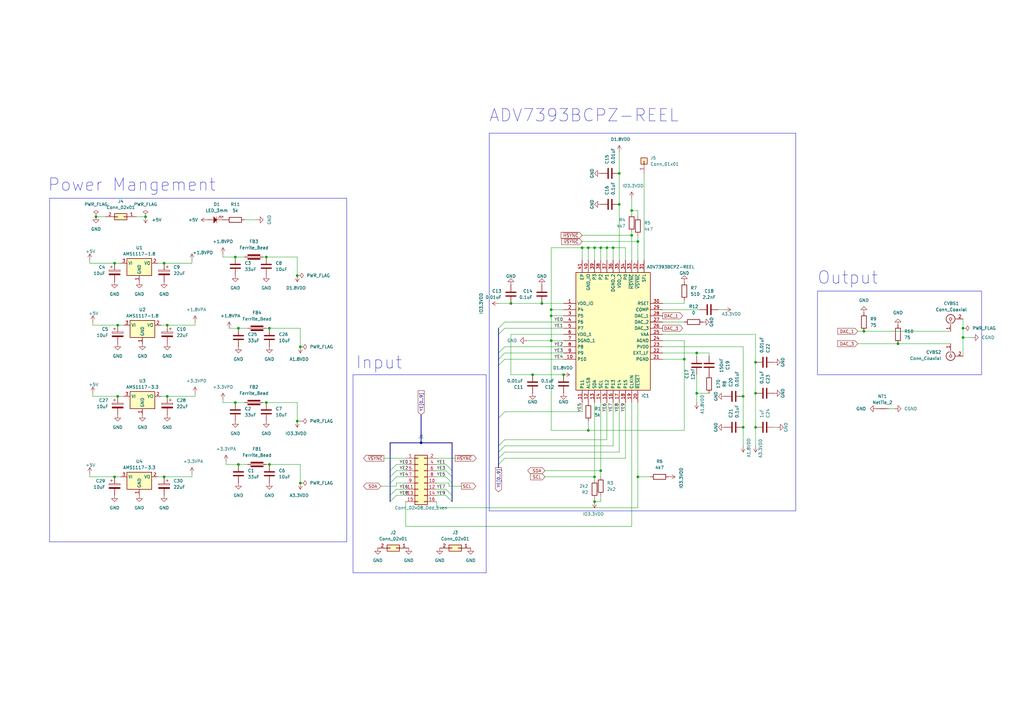
<source format=kicad_sch>
(kicad_sch (version 20250114) (generator "eeschema") (generator_version "9.0")
  (paper "A3")
  (rectangle (start 144.78 153.67) (end 199.39 234.95))
  (rectangle (start 20.32 81.28) (end 142.24 222.25))
  (rectangle (start 200.66 54.61) (end 326.39 209.55))
  (rectangle (start 335.28 119.38) (end 402.59 153.67))
  (text "ADV7393BCPZ-REEL" (at 239.522 47.498 0) (effects (font (size 5.08 5.08))))
  (text "Output\n" (at 347.726 114.046 0) (effects (font (size 5.08 5.08))))
  (text "Power Mangement" (at 54.102 75.946 0) (effects (font (size 5.08 5.08))))
  (text "Input\n" (at 155.448 148.844 0) (effects (font (size 5.08 5.08))))
  (junction (at 304.8 175.26))
  (junction (at 246.38 101.6))
  (junction (at 97.79 190.5))
  (junction (at 48.26 133.35))
  (junction (at 110.49 134.62))
  (junction (at 309.88 175.26))
  (junction (at 96.52 105.41))
  (junction (at 394.97 138.43))
  (junction (at 238.76 101.6))
  (junction (at 222.25 124.46))
  (junction (at 96.52 165.1))
  (junction (at 46.99 195.58))
  (junction (at 251.46 101.6))
  (junction (at 67.31 195.58))
  (junction (at 241.3 176.53))
  (junction (at 46.99 107.95))
  (junction (at 261.62 195.58))
  (junction (at 48.26 162.56))
  (junction (at 394.97 134.62))
  (junction (at 109.22 165.1))
  (junction (at 123.19 198.12))
  (junction (at 243.84 205.74))
  (junction (at 243.84 195.58))
  (junction (at 248.92 101.6))
  (junction (at 246.38 193.04))
  (junction (at 109.22 105.41))
  (junction (at 123.19 142.24))
  (junction (at 121.92 113.03))
  (junction (at 280.67 147.32))
  (junction (at 218.44 153.67))
  (junction (at 368.3 140.97))
  (junction (at 67.31 107.95))
  (junction (at 261.62 99.06))
  (junction (at 226.06 139.7))
  (junction (at 354.33 135.89))
  (junction (at 259.08 96.52))
  (junction (at 259.08 86.36))
  (junction (at 226.06 127))
  (junction (at 243.84 101.6))
  (junction (at 172.72 181.61))
  (junction (at 68.58 162.56))
  (junction (at 209.55 124.46))
  (junction (at 68.58 133.35))
  (junction (at 309.88 148.59))
  (junction (at 254 71.12))
  (junction (at 285.75 144.78))
  (junction (at 285.75 161.29))
  (junction (at 226.06 129.54))
  (junction (at 39.37 88.9))
  (junction (at 231.14 153.67))
  (junction (at 304.8 162.56))
  (junction (at 254 83.82))
  (junction (at 309.88 161.29))
  (junction (at 110.49 190.5))
  (junction (at 97.79 134.62))
  (junction (at 59.69 88.9))
  (junction (at 241.3 101.6))
  (junction (at 121.92 172.72))
  (bus_entry (at 207.01 132.08) (size -2.54 2.54))
  (bus_entry (at 207.01 147.32) (size -2.54 2.54))
  (bus_entry (at 207.01 180.34) (size -2.54 2.54))
  (bus_entry (at 182.88 200.66) (size 2.54 2.54))
  (bus_entry (at 207.01 185.42) (size -2.54 2.54))
  (bus_entry (at 207.01 168.91) (size -2.54 2.54))
  (bus_entry (at 182.88 190.5) (size 2.54 2.54))
  (bus_entry (at 182.88 195.58) (size 2.54 2.54))
  (bus_entry (at 207.01 182.88) (size -2.54 2.54))
  (bus_entry (at 162.56 195.58) (size -2.54 2.54))
  (bus_entry (at 162.56 200.66) (size -2.54 2.54))
  (bus_entry (at 162.56 203.2) (size -2.54 2.54))
  (bus_entry (at 182.88 203.2) (size 2.54 2.54))
  (bus_entry (at 207.01 144.78) (size -2.54 2.54))
  (bus_entry (at 207.01 142.24) (size -2.54 2.54))
  (bus_entry (at 162.56 193.04) (size -2.54 2.54))
  (bus_entry (at 162.56 190.5) (size -2.54 2.54))
  (bus_entry (at 182.88 193.04) (size 2.54 2.54))
  (bus_entry (at 207.01 187.96) (size -2.54 2.54))
  (bus_entry (at 207.01 134.62) (size -2.54 2.54))
  (wire (pts (xy 109.22 134.62) (xy 110.49 134.62)))
  (wire (pts (xy 207.01 180.34) (xy 248.92 180.34)))
  (wire (pts (xy 109.22 105.41) (xy 121.92 105.41)))
  (wire (pts (xy 271.78 124.46) (xy 280.67 124.46)))
  (wire (pts (xy 261.62 208.28) (xy 179.07 208.28)))
  (wire (pts (xy 280.67 147.32) (xy 280.67 176.53)))
  (wire (pts (xy 261.62 195.58) (xy 266.7 195.58)))
  (bus (pts (xy 204.47 144.78) (xy 204.47 147.32)))
  (wire (pts (xy 285.75 161.29) (xy 290.83 161.29)))
  (wire (pts (xy 317.5 175.26) (xy 318.77 175.26)))
  (wire (pts (xy 285.75 144.78) (xy 290.83 144.78)))
  (wire (pts (xy 243.84 101.6) (xy 243.84 106.68)))
  (wire (pts (xy 304.8 175.26) (xy 304.8 182.88)))
  (wire (pts (xy 46.99 195.58) (xy 49.53 195.58)))
  (wire (pts (xy 121.92 172.72) (xy 121.92 165.1)))
  (wire (pts (xy 179.07 198.12) (xy 184.15 198.12)))
  (wire (pts (xy 179.07 200.66) (xy 182.88 200.66)))
  (wire (pts (xy 157.48 187.96) (xy 166.37 187.96)))
  (wire (pts (xy 48.26 133.35) (xy 50.8 133.35)))
  (wire (pts (xy 294.64 127) (xy 297.18 127)))
  (wire (pts (xy 248.92 101.6) (xy 248.92 106.68)))
  (bus (pts (xy 172.72 181.61) (xy 185.42 181.61)))
  (wire (pts (xy 36.83 107.95) (xy 36.83 106.68)))
  (wire (pts (xy 207.01 134.62) (xy 231.14 134.62)))
  (wire (pts (xy 204.47 124.46) (xy 209.55 124.46)))
  (wire (pts (xy 110.49 190.5) (xy 123.19 190.5)))
  (bus (pts (xy 160.02 193.04) (xy 160.02 195.58)))
  (wire (pts (xy 48.26 162.56) (xy 50.8 162.56)))
  (wire (pts (xy 254 71.12) (xy 254 83.82)))
  (wire (pts (xy 304.8 142.24) (xy 304.8 162.56)))
  (wire (pts (xy 209.55 153.67) (xy 209.55 137.16)))
  (wire (pts (xy 254 165.1) (xy 254 185.42)))
  (wire (pts (xy 207.01 144.78) (xy 231.14 144.78)))
  (wire (pts (xy 261.62 195.58) (xy 261.62 165.1)))
  (wire (pts (xy 67.31 195.58) (xy 78.74 195.58)))
  (wire (pts (xy 241.3 172.72) (xy 241.3 176.53)))
  (bus (pts (xy 160.02 198.12) (xy 160.02 203.2)))
  (bus (pts (xy 204.47 147.32) (xy 204.47 149.86)))
  (wire (pts (xy 259.08 81.28) (xy 259.08 86.36)))
  (wire (pts (xy 64.77 195.58) (xy 67.31 195.58)))
  (wire (pts (xy 162.56 203.2) (xy 166.37 203.2)))
  (wire (pts (xy 91.44 105.41) (xy 91.44 104.14)))
  (wire (pts (xy 93.98 134.62) (xy 97.79 134.62)))
  (wire (pts (xy 38.1 133.35) (xy 38.1 132.08)))
  (wire (pts (xy 243.84 165.1) (xy 243.84 195.58)))
  (wire (pts (xy 218.44 153.67) (xy 209.55 153.67)))
  (wire (pts (xy 123.19 190.5) (xy 123.19 198.12)))
  (wire (pts (xy 91.44 165.1) (xy 91.44 163.83)))
  (wire (pts (xy 271.78 137.16) (xy 309.88 137.16)))
  (wire (pts (xy 46.99 107.95) (xy 49.53 107.95)))
  (wire (pts (xy 271.78 132.08) (xy 280.67 132.08)))
  (wire (pts (xy 156.21 199.39) (xy 162.56 199.39)))
  (wire (pts (xy 121.92 113.03) (xy 121.92 105.41)))
  (wire (pts (xy 241.3 101.6) (xy 241.3 106.68)))
  (wire (pts (xy 207.01 142.24) (xy 231.14 142.24)))
  (wire (pts (xy 309.88 175.26) (xy 309.88 182.88)))
  (wire (pts (xy 186.69 187.96) (xy 179.07 187.96)))
  (wire (pts (xy 184.15 199.39) (xy 189.23 199.39)))
  (wire (pts (xy 123.19 172.72) (xy 121.92 172.72)))
  (wire (pts (xy 351.79 140.97) (xy 368.3 140.97)))
  (wire (pts (xy 162.56 200.66) (xy 166.37 200.66)))
  (wire (pts (xy 241.3 176.53) (xy 226.06 176.53)))
  (wire (pts (xy 246.38 165.1) (xy 246.38 193.04)))
  (wire (pts (xy 238.76 96.52) (xy 259.08 96.52)))
  (wire (pts (xy 162.56 195.58) (xy 166.37 195.58)))
  (wire (pts (xy 110.49 134.62) (xy 123.19 134.62)))
  (wire (pts (xy 80.01 133.35) (xy 80.01 132.08)))
  (wire (pts (xy 218.44 153.67) (xy 231.14 153.67)))
  (bus (pts (xy 204.47 137.16) (xy 204.47 144.78)))
  (wire (pts (xy 394.97 130.81) (xy 394.97 134.62)))
  (wire (pts (xy 285.75 165.1) (xy 285.75 161.29)))
  (wire (pts (xy 96.52 165.1) (xy 100.33 165.1)))
  (wire (pts (xy 179.07 190.5) (xy 182.88 190.5)))
  (wire (pts (xy 251.46 101.6) (xy 248.92 101.6)))
  (wire (pts (xy 256.54 165.1) (xy 256.54 187.96)))
  (wire (pts (xy 280.67 139.7) (xy 280.67 147.32)))
  (wire (pts (xy 92.71 190.5) (xy 92.71 189.23)))
  (wire (pts (xy 166.37 205.74) (xy 166.37 215.9)))
  (wire (pts (xy 39.37 88.9) (xy 43.18 88.9)))
  (wire (pts (xy 238.76 101.6) (xy 226.06 101.6)))
  (wire (pts (xy 109.22 190.5) (xy 110.49 190.5)))
  (bus (pts (xy 160.02 181.61) (xy 172.72 181.61)))
  (wire (pts (xy 209.55 137.16) (xy 231.14 137.16)))
  (wire (pts (xy 64.77 107.95) (xy 67.31 107.95)))
  (wire (pts (xy 91.44 165.1) (xy 96.52 165.1)))
  (wire (pts (xy 254 83.82) (xy 254 106.68)))
  (wire (pts (xy 179.07 193.04) (xy 182.88 193.04)))
  (wire (pts (xy 226.06 139.7) (xy 231.14 139.7)))
  (wire (pts (xy 351.79 135.89) (xy 354.33 135.89)))
  (wire (pts (xy 354.33 135.89) (xy 389.89 135.89)))
  (wire (pts (xy 309.88 137.16) (xy 309.88 148.59)))
  (wire (pts (xy 238.76 101.6) (xy 241.3 101.6)))
  (bus (pts (xy 160.02 193.04) (xy 160.02 181.61)))
  (wire (pts (xy 259.08 96.52) (xy 259.08 106.68)))
  (wire (pts (xy 280.67 124.46) (xy 280.67 123.19)))
  (wire (pts (xy 246.38 101.6) (xy 243.84 101.6)))
  (wire (pts (xy 246.38 203.2) (xy 246.38 205.74)))
  (wire (pts (xy 309.88 161.29) (xy 309.88 175.26)))
  (wire (pts (xy 92.71 190.5) (xy 97.79 190.5)))
  (wire (pts (xy 271.78 139.7) (xy 280.67 139.7)))
  (wire (pts (xy 246.38 205.74) (xy 243.84 205.74)))
  (wire (pts (xy 36.83 107.95) (xy 46.99 107.95)))
  (wire (pts (xy 256.54 106.68) (xy 256.54 101.6)))
  (wire (pts (xy 184.15 198.12) (xy 184.15 199.39)))
  (bus (pts (xy 204.47 182.88) (xy 204.47 185.42)))
  (wire (pts (xy 261.62 88.9) (xy 261.62 86.36)))
  (wire (pts (xy 261.62 106.68) (xy 261.62 99.06)))
  (wire (pts (xy 367.03 167.64) (xy 364.49 167.64)))
  (wire (pts (xy 123.19 142.24) (xy 123.19 134.62)))
  (bus (pts (xy 185.42 181.61) (xy 185.42 193.04)))
  (wire (pts (xy 261.62 195.58) (xy 261.62 208.28)))
  (wire (pts (xy 309.88 161.29) (xy 309.88 148.59)))
  (wire (pts (xy 226.06 129.54) (xy 231.14 129.54)))
  (bus (pts (xy 185.42 193.04) (xy 185.42 195.58)))
  (wire (pts (xy 243.84 205.74) (xy 243.84 204.47)))
  (wire (pts (xy 238.76 101.6) (xy 238.76 106.68)))
  (wire (pts (xy 36.83 195.58) (xy 36.83 194.31)))
  (bus (pts (xy 185.42 203.2) (xy 185.42 205.74)))
  (wire (pts (xy 259.08 95.25) (xy 259.08 96.52)))
  (wire (pts (xy 38.1 133.35) (xy 48.26 133.35)))
  (wire (pts (xy 238.76 165.1) (xy 238.76 168.91)))
  (bus (pts (xy 185.42 195.58) (xy 185.42 198.12)))
  (wire (pts (xy 264.16 71.12) (xy 264.16 106.68)))
  (wire (pts (xy 398.78 138.43) (xy 394.97 138.43)))
  (wire (pts (xy 97.79 134.62) (xy 101.6 134.62)))
  (bus (pts (xy 185.42 198.12) (xy 185.42 203.2)))
  (wire (pts (xy 254 62.23) (xy 254 71.12)))
  (wire (pts (xy 162.56 193.04) (xy 166.37 193.04)))
  (wire (pts (xy 207.01 168.91) (xy 238.76 168.91)))
  (wire (pts (xy 226.06 129.54) (xy 226.06 139.7)))
  (wire (pts (xy 207.01 132.08) (xy 231.14 132.08)))
  (wire (pts (xy 96.52 105.41) (xy 100.33 105.41)))
  (wire (pts (xy 226.06 127) (xy 231.14 127)))
  (wire (pts (xy 67.31 107.95) (xy 78.74 107.95)))
  (wire (pts (xy 271.78 144.78) (xy 285.75 144.78)))
  (wire (pts (xy 368.3 140.97) (xy 389.89 140.97)))
  (wire (pts (xy 226.06 101.6) (xy 226.06 127)))
  (wire (pts (xy 394.97 138.43) (xy 394.97 146.05)))
  (wire (pts (xy 223.52 195.58) (xy 243.84 195.58)))
  (wire (pts (xy 243.84 196.85) (xy 243.84 195.58)))
  (bus (pts (xy 172.72 181.61) (xy 172.72 170.18)))
  (bus (pts (xy 204.47 187.96) (xy 204.47 190.5)))
  (wire (pts (xy 162.56 198.12) (xy 162.56 199.39)))
  (wire (pts (xy 36.83 195.58) (xy 46.99 195.58)))
  (wire (pts (xy 105.41 90.17) (xy 100.33 90.17)))
  (wire (pts (xy 179.07 208.28) (xy 179.07 205.74)))
  (wire (pts (xy 68.58 162.56) (xy 80.01 162.56)))
  (wire (pts (xy 248.92 165.1) (xy 248.92 180.34)))
  (wire (pts (xy 68.58 133.35) (xy 80.01 133.35)))
  (wire (pts (xy 166.37 198.12) (xy 162.56 198.12)))
  (wire (pts (xy 290.83 144.78) (xy 290.83 146.05)))
  (wire (pts (xy 166.37 215.9) (xy 259.08 215.9)))
  (wire (pts (xy 222.25 124.46) (xy 209.55 124.46)))
  (wire (pts (xy 280.67 147.32) (xy 271.78 147.32)))
  (wire (pts (xy 394.97 134.62) (xy 394.97 138.43)))
  (wire (pts (xy 261.62 96.52) (xy 261.62 99.06)))
  (wire (pts (xy 256.54 101.6) (xy 251.46 101.6)))
  (wire (pts (xy 78.74 107.95) (xy 78.74 106.68)))
  (wire (pts (xy 109.22 165.1) (xy 121.92 165.1)))
  (bus (pts (xy 204.47 134.62) (xy 204.47 137.16)))
  (wire (pts (xy 107.95 165.1) (xy 109.22 165.1)))
  (wire (pts (xy 246.38 101.6) (xy 246.38 106.68)))
  (wire (pts (xy 179.07 195.58) (xy 182.88 195.58)))
  (wire (pts (xy 215.9 139.7) (xy 226.06 139.7)))
  (wire (pts (xy 223.52 193.04) (xy 246.38 193.04)))
  (wire (pts (xy 38.1 162.56) (xy 38.1 161.29)))
  (bus (pts (xy 204.47 149.86) (xy 204.47 171.45)))
  (wire (pts (xy 162.56 190.5) (xy 166.37 190.5)))
  (wire (pts (xy 66.04 162.56) (xy 68.58 162.56)))
  (wire (pts (xy 246.38 195.58) (xy 246.38 193.04)))
  (wire (pts (xy 261.62 86.36) (xy 259.08 86.36)))
  (bus (pts (xy 160.02 203.2) (xy 160.02 205.74)))
  (wire (pts (xy 287.02 127) (xy 271.78 127)))
  (wire (pts (xy 80.01 162.56) (xy 80.01 161.29)))
  (wire (pts (xy 78.74 195.58) (xy 78.74 194.31)))
  (wire (pts (xy 248.92 101.6) (xy 246.38 101.6)))
  (wire (pts (xy 97.79 190.5) (xy 101.6 190.5)))
  (wire (pts (xy 207.01 187.96) (xy 256.54 187.96)))
  (wire (pts (xy 251.46 165.1) (xy 251.46 182.88)))
  (wire (pts (xy 38.1 162.56) (xy 48.26 162.56)))
  (wire (pts (xy 285.75 153.67) (xy 285.75 161.29)))
  (bus (pts (xy 204.47 171.45) (xy 204.47 182.88)))
  (wire (pts (xy 271.78 142.24) (xy 304.8 142.24)))
  (wire (pts (xy 207.01 185.42) (xy 254 185.42)))
  (wire (pts (xy 226.06 127) (xy 226.06 129.54)))
  (wire (pts (xy 304.8 162.56) (xy 304.8 175.26)))
  (wire (pts (xy 179.07 203.2) (xy 182.88 203.2)))
  (wire (pts (xy 259.08 86.36) (xy 259.08 87.63)))
  (wire (pts (xy 238.76 99.06) (xy 261.62 99.06)))
  (bus (pts (xy 204.47 191.77) (xy 204.47 190.5)))
  (wire (pts (xy 251.46 106.68) (xy 251.46 101.6)))
  (wire (pts (xy 259.08 215.9) (xy 259.08 165.1)))
  (wire (pts (xy 226.06 176.53) (xy 226.06 139.7)))
  (wire (pts (xy 59.69 88.9) (xy 55.88 88.9)))
  (wire (pts (xy 91.44 105.41) (xy 96.52 105.41)))
  (bus (pts (xy 204.47 185.42) (xy 204.47 187.96)))
  (wire (pts (xy 66.04 133.35) (xy 68.58 133.35)))
  (wire (pts (xy 243.84 101.6) (xy 241.3 101.6)))
  (wire (pts (xy 285.75 144.78) (xy 285.75 146.05)))
  (wire (pts (xy 207.01 182.88) (xy 251.46 182.88)))
  (wire (pts (xy 280.67 176.53) (xy 241.3 176.53)))
  (wire (pts (xy 222.25 124.46) (xy 231.14 124.46)))
  (wire (pts (xy 207.01 147.32) (xy 231.14 147.32)))
  (wire (pts (xy 107.95 105.41) (xy 109.22 105.41)))
  (bus (pts (xy 160.02 198.12) (xy 160.02 195.58)))
  (label "YE6" (at 248.92 168.91 90))
  (label "YE8" (at 163.83 203.2 0))
  (label "YE5" (at 179.07 195.58 0))
  (label "YE2" (at 163.83 193.04 0))
  (label "YE4" (at 227.33 147.32 0))
  (label "YE7" (at 179.07 200.66 0))
  (label "YE3" (at 179.07 193.04 0))
  (label "YE6" (at 163.83 200.66 0))
  (label "YE9" (at 256.54 168.91 90))
  (label "YE1" (at 179.07 190.5 0))
  (label "YE0" (at 163.83 190.5 0))
  (label "YE0" (at 227.33 132.08 0))
  (label "YE7" (at 251.46 168.91 90))
  (label "YE5" (at 238.76 168.91 90))
  (label "YE2" (at 227.33 142.24 0))
  (label "YE9" (at 179.07 203.2 0))
  (label "YE8" (at 254 168.91 90))
  (label "YE1" (at 227.33 134.62 0))
  (label "YE4" (at 163.83 195.58 0))
  (label "YE3" (at 227.33 144.78 0))
  (global_label "YE[0..9]" (shape output) (at 204.47 191.77 270) (property "Intersheetrefs" "${INTERSHEET_REFS}" (effects (hide yes))))
  (global_label "YE[0..9]" (shape input) (at 172.72 170.18 90) (property "Intersheetrefs" "${INTERSHEET_REFS}" (effects (hide yes))))
  (global_label "DAC_3" (shape input) (at 351.79 140.97 180) (property "Intersheetrefs" "${INTERSHEET_REFS}" (effects (hide yes))))
  (global_label "DAC_1" (shape input) (at 351.79 135.89 180) (property "Intersheetrefs" "${INTERSHEET_REFS}" (effects (hide yes))))
  (global_label "SDA" (shape bidirectional) (at 156.21 199.39 180) (property "Intersheetrefs" "${INTERSHEET_REFS}" (effects (hide yes))))
  (global_label "SDA" (shape bidirectional) (at 223.52 193.04 180) (property "Intersheetrefs" "${INTERSHEET_REFS}" (effects (hide yes))))
  (global_label "SCL" (shape input) (at 223.52 195.58 180) (property "Intersheetrefs" "${INTERSHEET_REFS}" (effects (hide yes))))
  (global_label "~{VSYNC}" (shape input) (at 238.76 99.06 180) (property "Intersheetrefs" "${INTERSHEET_REFS}" (effects (hide yes))))
  (global_label "DAC_3" (shape output) (at 271.78 134.62 0) (property "Intersheetrefs" "${INTERSHEET_REFS}" (effects (hide yes))))
  (global_label "~{HSYNC}" (shape input) (at 238.76 96.52 180) (property "Intersheetrefs" "${INTERSHEET_REFS}" (effects (hide yes))))
  (global_label "~{VSYNC}" (shape output) (at 157.48 187.96 180) (property "Intersheetrefs" "${INTERSHEET_REFS}" (effects (hide yes))))
  (global_label "~{HSYNC}" (shape output) (at 186.69 187.96 0) (property "Intersheetrefs" "${INTERSHEET_REFS}" (effects (hide yes))))
  (global_label "SCL" (shape output) (at 189.23 199.39 0) (property "Intersheetrefs" "${INTERSHEET_REFS}" (effects (hide yes))))
  (global_label "DAC_1" (shape output) (at 271.78 129.54 0) (property "Intersheetrefs" "${INTERSHEET_REFS}" (effects (hide yes))))
  (symbol (lib_id "PCM_4ms_Power-symbol:+3.3V") (at 38.1 132.08 0) (unit 1)
    (property "Reference" "#PWR05" (effects (hide yes)))
    (property "Value" "+5V" (at 36.322 128.524 0) (effects (justify left)))
  )
  (symbol (lib_id "PCM_4ms_Power-symbol:+3.3V") (at 254 62.23 0) (mirror y) (unit 1)
    (property "Reference" "#PWR033" (effects (hide yes)))
    (property "Value" "D1.8VDD" (at 254.508 57.15 0))
  )
  (symbol (lib_id "Connector_Generic:Conn_01x01") (at 264.16 66.04 90) (unit 1)
    (property "Reference" "J5" (at 266.7 64.7699 90) (effects (justify right)))
    (property "Value" "Conn_01x01" (at 266.7 67.3099 90) (effects (justify right)))
    (property "Footprint" "Connector_PinHeader_2.54mm:PinHeader_1x01_P2.54mm_Vertical" (effects (hide yes)))
    (property "Description" "Generic connector, single row, 01x01, script generated (kicad-library-utils/schlib/autogen/connector/)" (effects (hide yes)))
  )
  (symbol (lib_id "PCM_4ms_Power-symbol:PWR_FLAG") (at 123.19 198.12 270) (unit 1)
    (property "Reference" "#FLG01" (effects (hide yes)))
    (property "Value" "PWR_FLAG" (at 127 198.1199 90) (effects (justify left)))
  )
  (symbol (lib_id "PCM_4ms_Power-symbol:GND") (at 58.42 140.97 0) (unit 1)
    (property "Reference" "#PWR015" (effects (hide yes)))
    (property "Value" "GND" (at 58.42 146.05 0))
  )
  (symbol (lib_id "PCM_4ms_Power-symbol:+3.3V") (at 91.44 104.14 0) (unit 1)
    (property "Reference" "#PWR04" (effects (hide yes)))
    (property "Value" "+1.8VPD" (at 91.44 99.06 0))
  )
  (symbol (lib_id "Device:C") (at 290.83 127 90) (unit 1)
    (property "Reference" "C18" (at 290.83 119.38 90))
    (property "Value" "2.2nF" (at 290.83 121.92 90))
    (property "Footprint" "Capacitor_SMD:C_0603_1608Metric_Pad1.08x0.95mm_HandSolder" (effects (hide yes)))
    (property "Description" "Unpolarized capacitor" (effects (hide yes)))
  )
  (symbol (lib_id "Device:C") (at 109.22 168.91 0) (unit 1)
    (property "Reference" "C7" (at 113.03 167.6399 0) (effects (justify left)))
    (property "Value" "10uF" (at 113.03 170.1799 0) (effects (justify left)))
    (property "Footprint" "Capacitor_Tantalum_SMD:CP_EIA-3216-18_Kemet-A_Pad1.58x1.35mm_HandSolder" (effects (hide yes)))
    (property "Description" "Unpolarized capacitor" (effects (hide yes)))
  )
  (symbol (lib_id "PCM_4ms_Power-symbol:GND") (at 48.26 170.18 0) (unit 1)
    (property "Reference" "#PWR059" (effects (hide yes)))
    (property "Value" "GND" (at 48.26 175.26 0))
  )
  (symbol (lib_id "PCM_4ms_Power-symbol:+3.3V") (at 121.92 113.03 0) (mirror x) (unit 1)
    (property "Reference" "#PWR019" (effects (hide yes)))
    (property "Value" "D1.8VDD" (at 121.412 118.11 0))
  )
  (symbol (lib_id "PCM_4ms_Power-symbol:+3.3V") (at 92.71 189.23 0) (unit 1)
    (property "Reference" "#PWR01" (effects (hide yes)))
    (property "Value" "+3.3VPA" (at 92.71 184.15 0))
  )
  (symbol (lib_id "power:GND") (at 280.67 115.57 180) (unit 1)
    (property "Reference" "#PWR036" (effects (hide yes)))
    (property "Value" "GND" (at 280.67 112.014 0))
    (property "Description" "Power symbol creates a global label with name \"GND\" , ground" (effects (hide yes)))
  )
  (symbol (lib_id "PCM_4ms_Power-symbol:+3.3V") (at 59.69 88.9 180) (unit 1)
    (property "Reference" "#PWR051" (effects (hide yes)))
    (property "Value" "+5V" (at 62.23 90.1699 0) (effects (justify right)))
  )
  (symbol (lib_id "PCM_4ms_Power-symbol:GND") (at 193.04 224.79 0) (unit 1)
    (property "Reference" "#PWR045" (effects (hide yes)))
    (property "Value" "GND" (at 193.04 229.87 0))
  )
  (symbol (lib_id "PCM_4ms_Power-symbol:+3.3V") (at 80.01 161.29 0) (mirror y) (unit 1)
    (property "Reference" "#PWR063" (effects (hide yes)))
    (property "Value" "+3.3VPD" (at 80.518 156.21 0))
  )
  (symbol (lib_id "PCM_4ms_Power-symbol:+3.3V") (at 204.47 124.46 90) (mirror x) (unit 1)
    (property "Reference" "#PWR026" (effects (hide yes)))
    (property "Value" "IO3.3VDD" (at 197.358 124.46 0))
  )
  (symbol (lib_id "ADV7393BCPZ-REEL:ADV7393BCPZ-REEL") (at 231.14 124.46 0) (unit 1)
    (property "Reference" "IC1" (at 264.668 162.306 0))
    (property "Value" "ADV7393BCPZ-REEL" (at 275.082 109.474 0))
    (property "Footprint" "Package_CSP:LFCSP-40-1EP_6x6mm_P0.5mm_EP3.9x3.9mm_ThermalVias" (effects (hide yes)))
    (property "Datasheet" "https://www.analog.com/ADV7393/datasheet" (effects (hide yes)))
    (property "Description" "Low Power, Chip Scale 10-Bit SD/HD Video Encoder" (effects (hide yes)))
    (property "Height" "1" (effects (hide yes)))
    (property "Manufacturer_Name" "Analog Devices" (effects (hide yes)))
    (property "Manufacturer_Part_Number" "ADV7393BCPZ-REEL" (effects (hide yes)))
    (property "Mouser Part Number" "584-ADV7393BCPZ-R" (effects (hide yes)))
    (property "Mouser Price/Stock" "https://www.mouser.co.uk/ProductDetail/Analog-Devices/ADV7393BCPZ-REEL?qs=WIvQP4zGang1BTuOuFHjtQ%3D%3D" (effects (hide yes)))
    (property "Arrow Part Number" "ADV7393BCPZ-REEL" (effects (hide yes)))
    (property "Arrow Price/Stock" "https://www.arrow.com/en/products/adv7393bcpz-reel/analog-devices?region=nac" (effects (hide yes)))
  )
  (symbol (lib_id "Device:C") (at 110.49 194.31 0) (unit 1)
    (property "Reference" "C6" (at 114.3 193.0399 0) (effects (justify left)))
    (property "Value" "10uF" (at 114.3 195.5799 0) (effects (justify left)))
    (property "Footprint" "Capacitor_Tantalum_SMD:CP_EIA-3216-18_Kemet-A_Pad1.58x1.35mm_HandSolder" (effects (hide yes)))
    (property "Description" "Unpolarized capacitor" (effects (hide yes)))
  )
  (symbol (lib_id "PCM_4ms_Power-symbol:GND") (at 46.99 203.2 0) (unit 1)
    (property "Reference" "#PWR065" (effects (hide yes)))
    (property "Value" "GND" (at 46.99 208.28 0))
  )
  (symbol (lib_id "Device:C_Polarized") (at 68.58 166.37 0) (mirror y) (unit 1)
    (property "Reference" "C28" (at 72.39 164.2109 0) (effects (justify right)))
    (property "Value" "22uF" (at 72.39 166.7509 0) (effects (justify right)))
    (property "Footprint" "Capacitor_SMD:CP_Elec_5x5.7" (effects (hide yes)))
    (property "Description" "Polarized capacitor" (effects (hide yes)))
  )
  (symbol (lib_id "Device:C_Polarized") (at 68.58 137.16 0) (mirror y) (unit 1)
    (property "Reference" "C10" (at 72.39 135.0009 0) (effects (justify right)))
    (property "Value" "22uF" (at 72.39 137.5409 0) (effects (justify right)))
    (property "Footprint" "Capacitor_SMD:CP_Elec_5x5.7" (effects (hide yes)))
    (property "Description" "Polarized capacitor" (effects (hide yes)))
  )
  (symbol (lib_id "Device:C_Polarized") (at 48.26 137.16 0) (unit 1)
    (property "Reference" "C5" (at 44.45 135.0009 0) (effects (justify right)))
    (property "Value" "10uF" (at 44.45 137.5409 0) (effects (justify right)))
    (property "Footprint" "Capacitor_SMD:CP_Elec_4x5.7" (effects (hide yes)))
    (property "Description" "Polarized capacitor" (effects (hide yes)))
  )
  (symbol (lib_id "power:GND") (at 367.03 167.64 90) (unit 1)
    (property "Reference" "#PWR071" (effects (hide yes)))
    (property "Value" "CGND" (at 370.84 167.6399 90) (effects (justify right)))
    (property "Description" "Power symbol creates a global label with name \"GND\" , ground" (effects (hide yes)))
  )
  (symbol (lib_id "PCM_4ms_Power-symbol:PWR_FLAG") (at 121.92 113.03 270) (unit 1)
    (property "Reference" "#FLG03" (effects (hide yes)))
    (property "Value" "PWR_FLAG" (at 125.73 113.0299 90) (effects (justify left)))
  )
  (symbol (lib_id "Device:R") (at 368.3 137.16 180) (unit 1)
    (property "Reference" "R10" (at 370.84 135.8899 0) (effects (justify right)))
    (property "Value" "75" (at 370.84 138.4299 0) (effects (justify right)))
    (property "Footprint" "PCM_Resistor_SMD_AKL:R_0603_1608Metric_Pad0.98x0.95mm_HandSolder" (effects (hide yes)))
    (property "Description" "Resistor" (effects (hide yes)))
  )
  (symbol (lib_id "PCM_4ms_Power-symbol:GND") (at 68.58 170.18 0) (unit 1)
    (property "Reference" "#PWR062" (effects (hide yes)))
    (property "Value" "GND" (at 68.58 175.26 0))
  )
  (symbol (lib_id "Device:R") (at 280.67 119.38 180) (unit 1)
    (property "Reference" "R7" (at 283.21 118.1099 0) (effects (justify right)))
    (property "Value" "510" (at 283.21 120.6499 0) (effects (justify right)))
    (property "Footprint" "PCM_Resistor_SMD_AKL:R_0603_1608Metric_Pad0.98x0.95mm_HandSolder" (effects (hide yes)))
    (property "Description" "Resistor" (effects (hide yes)))
  )
  (symbol (lib_id "power:GND") (at 297.18 162.56 270) (unit 1)
    (property "Reference" "#PWR040" (effects (hide yes)))
    (property "Value" "GND" (at 293.624 162.56 0))
    (property "Description" "Power symbol creates a global label with name \"GND\" , ground" (effects (hide yes)))
  )
  (symbol (lib_id "PCM_Device_AKL:Ferrite_Bead") (at 105.41 190.5 0) (unit 1)
    (property "Reference" "FB1" (at 105.41 184.15 0))
    (property "Value" "Ferrite_Bead" (at 105.41 186.69 0))
    (property "Footprint" "PCM_Ferrite_THT_AKL:Ferrite_L6.0mm_D3.5mm_P10.16mm" (effects (hide yes)))
    (property "Description" "Ferrite bead, Alternate KiCAD Library" (effects (hide yes)))
  )
  (symbol (lib_id "PCM_4ms_Power-symbol:+3.3V") (at 259.08 81.28 0) (mirror y) (unit 1)
    (property "Reference" "#PWR034" (effects (hide yes)))
    (property "Value" "IO3.3VDD" (at 259.588 76.2 0))
  )
  (symbol (lib_id "Device:C") (at 300.99 175.26 90) (unit 1)
    (property "Reference" "C21" (at 299.7199 171.45 0) (effects (justify left)))
    (property "Value" "0.1uF" (at 302.2599 171.45 0) (effects (justify left)))
    (property "Footprint" "Capacitor_SMD:C_0603_1608Metric_Pad1.08x0.95mm_HandSolder" (effects (hide yes)))
    (property "Description" "Unpolarized capacitor" (effects (hide yes)))
  )
  (symbol (lib_id "PCM_4ms_Power-symbol:+3.3V") (at 309.88 182.88 0) (mirror x) (unit 1)
    (property "Reference" "#PWR054" (effects (hide yes)))
    (property "Value" "A3.3VDD" (at 311.912 183.896 90))
  )
  (symbol (lib_id "Device:R") (at 96.52 90.17 90) (unit 1)
    (property "Reference" "R11" (at 96.52 83.82 90))
    (property "Value" "5k" (at 96.52 86.36 90))
    (property "Footprint" "PCM_Resistor_SMD_AKL:R_0603_1608Metric_Pad1.05x0.95mm_HandSolder" (effects (hide yes)))
    (property "Description" "Resistor" (effects (hide yes)))
  )
  (symbol (lib_id "Device:C") (at 110.49 138.43 0) (unit 1)
    (property "Reference" "C26" (at 114.3 137.1599 0) (effects (justify left)))
    (property "Value" "10uF" (at 114.3 139.6999 0) (effects (justify left)))
    (property "Footprint" "Capacitor_Tantalum_SMD:CP_EIA-3216-18_Kemet-A_Pad1.58x1.35mm_HandSolder" (effects (hide yes)))
    (property "Description" "Unpolarized capacitor" (effects (hide yes)))
  )
  (symbol (lib_id "Device:R") (at 354.33 132.08 180) (unit 1)
    (property "Reference" "R9" (at 356.87 130.8099 0) (effects (justify right)))
    (property "Value" "75" (at 356.87 133.3499 0) (effects (justify right)))
    (property "Footprint" "PCM_Resistor_SMD_AKL:R_0603_1608Metric_Pad0.98x0.95mm_HandSolder" (effects (hide yes)))
    (property "Description" "Resistor" (effects (hide yes)))
  )
  (symbol (lib_id "Connector_Generic:Conn_02x08_Odd_Even") (at 171.45 195.58 0) (unit 1)
    (property "Reference" "J1" (at 172.72 179.07 0))
    (property "Value" "Conn_02x08_Odd_Even" (at 172.72 208.28 0))
    (property "Footprint" "Connector_PinHeader_2.54mm:PinHeader_2x08_P2.54mm_Vertical" (effects (hide yes)))
    (property "Description" "Generic connector, double row, 02x08, odd/even pin numbering scheme (row 1 odd numbers, row 2 even numbers), script generated (kicad-library-utils/schlib/autogen/connector/)" (effects (hide yes)))
  )
  (symbol (lib_id "PCM_4ms_Power-symbol:GND") (at 57.15 203.2 0) (unit 1)
    (property "Reference" "#PWR066" (effects (hide yes)))
    (property "Value" "GND" (at 57.15 208.28 0))
  )
  (symbol (lib_id "Device:C") (at 97.79 194.31 0) (unit 1)
    (property "Reference" "C1" (at 101.6 193.0399 0) (effects (justify left)))
    (property "Value" "33uF" (at 101.6 195.5799 0) (effects (justify left)))
    (property "Footprint" "Capacitor_Tantalum_SMD:CP_EIA-3528-15_AVX-H_Pad1.50x2.35mm_HandSolder" (effects (hide yes)))
    (property "Description" "Unpolarized capacitor" (effects (hide yes)))
  )
  (symbol (lib_id "Device:C") (at 96.52 168.91 0) (unit 1)
    (property "Reference" "C2" (at 100.33 167.6399 0) (effects (justify left)))
    (property "Value" "33uF" (at 100.33 170.1799 0) (effects (justify left)))
    (property "Footprint" "Capacitor_Tantalum_SMD:CP_EIA-3528-15_AVX-H_Pad1.50x2.35mm_HandSolder" (effects (hide yes)))
    (property "Description" "Unpolarized capacitor" (effects (hide yes)))
  )
  (symbol (lib_id "Device:R") (at 270.51 195.58 90) (mirror x) (unit 1)
    (property "Reference" "R6" (at 270.51 189.23 90))
    (property "Value" "4k7" (at 270.51 191.77 90))
    (property "Footprint" "PCM_Resistor_SMD_AKL:R_0603_1608Metric_Pad0.98x0.95mm_HandSolder" (effects (hide yes)))
    (property "Description" "Resistor" (effects (hide yes)))
  )
  (symbol (lib_id "Device:R") (at 246.38 199.39 0) (mirror y) (unit 1)
    (property "Reference" "R3" (at 248.92 198.1199 0) (effects (justify right)))
    (property "Value" "2k2" (at 248.92 200.6599 0) (effects (justify right)))
    (property "Footprint" "PCM_Resistor_SMD_AKL:R_0603_1608Metric_Pad0.98x0.95mm_HandSolder" (effects (hide yes)))
    (property "Description" "Resistor" (effects (hide yes)))
  )
  (symbol (lib_id "Regulator_Linear:AMS1117-1.8") (at 57.15 107.95 0) (unit 1)
    (property "Reference" "U1" (at 57.15 101.6 0))
    (property "Value" "AMS1117-1.8" (at 57.15 104.14 0))
    (property "Footprint" "Package_TO_SOT_SMD:SOT-223-3_TabPin2" (effects (hide yes)))
    (property "Datasheet" "http://www.advanced-monolithic.com/pdf/ds1117.pdf" (effects (hide yes)))
    (property "Description" "1A Low Dropout regulator, positive, 1.8V fixed output, SOT-223" (effects (hide yes)))
  )
  (symbol (lib_id "Device:R") (at 243.84 200.66 0) (unit 1)
    (property "Reference" "R2" (at 241.3 201.9301 0) (effects (justify right)))
    (property "Value" "2k2" (at 241.3 199.3901 0) (effects (justify right)))
    (property "Footprint" "PCM_Resistor_SMD_AKL:R_0603_1608Metric_Pad0.98x0.95mm_HandSolder" (effects (hide yes)))
    (property "Description" "Resistor" (effects (hide yes)))
  )
  (symbol (lib_id "PCM_Device_AKL:Ferrite_Bead") (at 104.14 165.1 0) (unit 1)
    (property "Reference" "FB2" (at 104.14 158.75 0))
    (property "Value" "Ferrite_Bead" (at 104.14 161.29 0))
    (property "Footprint" "PCM_Ferrite_THT_AKL:Ferrite_L6.0mm_D3.5mm_P10.16mm" (effects (hide yes)))
    (property "Description" "Ferrite bead, Alternate KiCAD Library" (effects (hide yes)))
  )
  (symbol (lib_id "PCM_4ms_Power-symbol:PWR_FLAG") (at 39.37 88.9 0) (unit 1)
    (property "Reference" "#FLG04" (effects (hide yes)))
    (property "Value" "PWR_FLAG" (at 39.37 83.82 0))
  )
  (symbol (lib_id "PCM_4ms_Power-symbol:+3.3V") (at 78.74 194.31 0) (mirror y) (unit 1)
    (property "Reference" "#PWR068" (effects (hide yes)))
    (property "Value" "+3.3VPA" (at 79.248 189.23 0))
  )
  (symbol (lib_id "PCM_4ms_Power-symbol:+3.3V") (at 121.92 172.72 0) (mirror x) (unit 1)
    (property "Reference" "#PWR017" (effects (hide yes)))
    (property "Value" "IO3.3VDD" (at 121.412 177.8 0))
  )
  (symbol (lib_id "power:GND") (at 215.9 139.7 270) (unit 1)
    (property "Reference" "#PWR029" (effects (hide yes)))
    (property "Value" "GND" (at 212.09 139.6999 90) (effects (justify right)))
    (property "Description" "Power symbol creates a global label with name \"GND\" , ground" (effects (hide yes)))
  )
  (symbol (lib_id "Device:C") (at 313.69 175.26 90) (mirror x) (unit 1)
    (property "Reference" "C24" (at 314.9601 171.45 0) (effects (justify right)))
    (property "Value" "1uF" (at 312.4201 171.45 0) (effects (justify right)))
    (property "Footprint" "Capacitor_Tantalum_SMD:CP_EIA-3216-18_Kemet-A_Pad1.58x1.35mm_HandSolder" (effects (hide yes)))
    (property "Description" "Unpolarized capacitor" (effects (hide yes)))
  )
  (symbol (lib_id "Device:R") (at 241.3 168.91 180) (unit 1)
    (property "Reference" "R1" (at 243.84 167.6399 0) (effects (justify right)))
    (property "Value" "5k" (at 243.84 170.1799 0) (effects (justify right)))
    (property "Footprint" "PCM_Resistor_SMD_AKL:R_0603_1608Metric_Pad0.98x0.95mm_HandSolder" (effects (hide yes)))
    (property "Description" "Resistor" (effects (hide yes)))
  )
  (symbol (lib_id "Device:C") (at 209.55 120.65 0) (mirror x) (unit 1)
    (property "Reference" "C13" (at 205.74 119.3799 0) (effects (justify right)))
    (property "Value" "0.01uF" (at 205.74 121.9199 0) (effects (justify right)))
    (property "Footprint" "Capacitor_SMD:C_0603_1608Metric_Pad1.08x0.95mm_HandSolder" (effects (hide yes)))
    (property "Description" "Unpolarized capacitor" (effects (hide yes)))
  )
  (symbol (lib_id "Device:C") (at 290.83 149.86 0) (unit 1)
    (property "Reference" "C19" (at 298.45 149.86 90))
    (property "Value" "150nF" (at 295.91 149.86 90))
    (property "Footprint" "Capacitor_SMD:C_0603_1608Metric_Pad1.08x0.95mm_HandSolder" (effects (hide yes)))
    (property "Description" "Unpolarized capacitor" (effects (hide yes)))
  )
  (symbol (lib_id "PCM_4ms_Power-symbol:GND") (at 39.37 88.9 0) (unit 1)
    (property "Reference" "#PWR049" (effects (hide yes)))
    (property "Value" "GND" (at 39.37 93.98 0))
  )
  (symbol (lib_id "PCM_4ms_Power-symbol:+3.3V") (at 80.01 132.08 0) (mirror y) (unit 1)
    (property "Reference" "#PWR058" (effects (hide yes)))
    (property "Value" "+1.8VPA" (at 80.518 127 0))
  )
  (symbol (lib_id "PCM_4ms_Power-symbol:+3.3V") (at 274.32 195.58 270) (mirror x) (unit 1)
    (property "Reference" "#PWR035" (effects (hide yes)))
    (property "Value" "IO3.3VDD" (at 279.4 196.088 0))
  )
  (symbol (lib_id "power:GND") (at 218.44 161.29 0) (unit 1)
    (property "Reference" "#PWR024" (effects (hide yes)))
    (property "Value" "GND" (at 218.44 164.846 0))
    (property "Description" "Power symbol creates a global label with name \"GND\" , ground" (effects (hide yes)))
  )
  (symbol (lib_id "Device:C_Polarized") (at 48.26 166.37 0) (unit 1)
    (property "Reference" "C27" (at 44.45 164.2109 0) (effects (justify right)))
    (property "Value" "10uF" (at 44.45 166.7509 0) (effects (justify right)))
    (property "Footprint" "Capacitor_SMD:CP_Elec_4x5.7" (effects (hide yes)))
    (property "Description" "Polarized capacitor" (effects (hide yes)))
  )
  (symbol (lib_id "Device:R") (at 259.08 91.44 0) (mirror x) (unit 1)
    (property "Reference" "R4" (at 256.54 90.1699 0) (effects (justify right)))
    (property "Value" "4k7" (at 256.54 92.7099 0) (effects (justify right)))
    (property "Footprint" "PCM_Resistor_SMD_AKL:R_0603_1608Metric_Pad0.98x0.95mm_HandSolder" (effects (hide yes)))
    (property "Description" "Resistor" (effects (hide yes)))
  )
  (symbol (lib_id "PCM_SL_Devices:LED_3mm") (at 88.9 90.17 0) (unit 1)
    (property "Reference" "D1" (at 88.9 83.82 0))
    (property "Value" "LED_3mm" (at 88.9 86.36 0))
    (property "Footprint" "LED_THT:LED_D3.0mm" (effects (hide yes)))
    (property "Description" "3mm diameter small LED" (effects (hide yes)))
  )
  (symbol (lib_id "PCM_4ms_Power-symbol:PWR_FLAG") (at 123.19 172.72 270) (unit 1)
    (property "Reference" "#FLG02" (effects (hide yes)))
    (property "Value" "PWR_FLAG" (at 127 172.7199 90) (effects (justify left)))
  )
  (symbol (lib_id "Device:C") (at 250.19 83.82 90) (unit 1)
    (property "Reference" "C16" (at 248.9199 80.01 0) (effects (justify left)))
    (property "Value" "0.1uF" (at 251.4599 80.01 0) (effects (justify left)))
    (property "Footprint" "Capacitor_SMD:C_0603_1608Metric_Pad1.08x0.95mm_HandSolder" (effects (hide yes)))
    (property "Description" "Unpolarized capacitor" (effects (hide yes)))
  )
  (symbol (lib_id "PCM_4ms_Power-symbol:GND") (at 46.99 115.57 0) (unit 1)
    (property "Reference" "#PWR09" (effects (hide yes)))
    (property "Value" "GND" (at 46.99 120.65 0))
  )
  (symbol (lib_id "power:GND") (at 297.18 175.26 270) (unit 1)
    (property "Reference" "#PWR041" (effects (hide yes)))
    (property "Value" "GND" (at 293.624 175.26 0))
    (property "Description" "Power symbol creates a global label with name \"GND\" , ground" (effects (hide yes)))
  )
  (symbol (lib_id "power:GND") (at 318.77 175.26 90) (mirror x) (unit 1)
    (property "Reference" "#PWR048" (effects (hide yes)))
    (property "Value" "GND" (at 322.326 175.26 0))
    (property "Description" "Power symbol creates a global label with name \"GND\" , ground" (effects (hide yes)))
  )
  (symbol (lib_id "Device:C_Polarized") (at 67.31 111.76 0) (mirror y) (unit 1)
    (property "Reference" "C9" (at 71.12 109.6009 0) (effects (justify right)))
    (property "Value" "22uF" (at 71.12 112.1409 0) (effects (justify right)))
    (property "Footprint" "Capacitor_SMD:CP_Elec_5x5.7" (effects (hide yes)))
    (property "Description" "Polarized capacitor" (effects (hide yes)))
  )
  (symbol (lib_id "PCM_4ms_Power-symbol:GND") (at 180.34 224.79 0) (unit 1)
    (property "Reference" "#PWR043" (effects (hide yes)))
    (property "Value" "GND" (at 180.34 229.87 0))
  )
  (symbol (lib_id "PCM_4ms_Power-symbol:+3.3V") (at 36.83 194.31 0) (unit 1)
    (property "Reference" "#PWR064" (effects (hide yes)))
    (property "Value" "+5V" (at 35.052 190.754 0) (effects (justify left)))
  )
  (symbol (lib_id "Device:R") (at 290.83 157.48 0) (mirror x) (unit 1)
    (property "Reference" "R8" (at 297.18 157.48 90))
    (property "Value" "170" (at 294.64 157.48 90))
    (property "Footprint" "PCM_Resistor_SMD_AKL:R_0603_1608Metric_Pad0.98x0.95mm_HandSolder" (effects (hide yes)))
    (property "Description" "Resistor" (effects (hide yes)))
  )
  (symbol (lib_id "PCM_4ms_Power-symbol:PWR_FLAG") (at 59.69 88.9 0) (unit 1)
    (property "Reference" "#FLG05" (effects (hide yes)))
    (property "Value" "PWR_FLAG" (at 59.69 83.82 0))
  )
  (symbol (lib_id "PCM_4ms_Power-symbol:+3.3V") (at 93.98 134.62 0) (mirror y) (unit 1)
    (property "Reference" "#PWR055" (effects (hide yes)))
    (property "Value" "+1.8VPA" (at 94.488 129.54 0))
  )
  (symbol (lib_id "Device:R") (at 284.48 132.08 90) (unit 1)
    (property "Reference" "R12" (at 284.48 125.73 90))
    (property "Value" "0" (at 284.48 128.27 90))
    (property "Footprint" "PCM_Resistor_SMD_AKL:R_0603_1608Metric_Pad0.98x0.95mm_HandSolder" (effects (hide yes)))
    (property "Description" "Resistor" (effects (hide yes)))
  )
  (symbol (lib_id "PCM_4ms_Power-symbol:GND") (at 96.52 113.03 0) (unit 1)
    (property "Reference" "#PWR08" (effects (hide yes)))
    (property "Value" "GND" (at 96.52 118.11 0))
  )
  (symbol (lib_id "Device:C") (at 250.19 71.12 270) (unit 1)
    (property "Reference" "C15" (at 248.9199 67.31 0) (effects (justify right)))
    (property "Value" "0.01uF" (at 251.4599 67.31 0) (effects (justify right)))
    (property "Footprint" "Capacitor_SMD:C_0603_1608Metric_Pad1.08x0.95mm_HandSolder" (effects (hide yes)))
    (property "Description" "Unpolarized capacitor" (effects (hide yes)))
  )
  (symbol (lib_id "power:GND") (at 231.14 161.29 0) (unit 1)
    (property "Reference" "#PWR025" (effects (hide yes)))
    (property "Value" "GND" (at 231.14 164.846 0))
    (property "Description" "Power symbol creates a global label with name \"GND\" , ground" (effects (hide yes)))
  )
  (symbol (lib_id "Device:C") (at 313.69 161.29 270) (mirror x) (unit 1)
    (property "Reference" "C23" (at 314.9601 157.48 0) (effects (justify left)))
    (property "Value" "0.1uF" (at 312.4201 157.48 0) (effects (justify left)))
    (property "Footprint" "Capacitor_SMD:C_0603_1608Metric_Pad1.08x0.95mm_HandSolder" (effects (hide yes)))
    (property "Description" "Unpolarized capacitor" (effects (hide yes)))
  )
  (symbol (lib_id "Device:C_Polarized") (at 46.99 111.76 0) (unit 1)
    (property "Reference" "C4" (at 43.18 109.6009 0) (effects (justify right)))
    (property "Value" "10uF" (at 43.18 112.1409 0) (effects (justify right)))
    (property "Footprint" "Capacitor_SMD:CP_Elec_4x5.7" (effects (hide yes)))
    (property "Description" "Polarized capacitor" (effects (hide yes)))
  )
  (symbol (lib_id "PCM_4ms_Power-symbol:GND") (at 57.15 115.57 0) (unit 1)
    (property "Reference" "#PWR014" (effects (hide yes)))
    (property "Value" "GND" (at 57.15 120.65 0))
  )
  (symbol (lib_id "PCM_4ms_Power-symbol:+3.3V") (at 243.84 205.74 0) (mirror x) (unit 1)
    (property "Reference" "#PWR030" (effects (hide yes)))
    (property "Value" "IO3.3VDD" (at 243.332 210.82 0))
  )
  (symbol (lib_id "power:GND") (at 288.29 132.08 90) (unit 1)
    (property "Reference" "#PWR072" (effects (hide yes)))
    (property "Value" "GND" (at 291.846 132.08 0))
    (property "Description" "Power symbol creates a global label with name \"GND\" , ground" (effects (hide yes)))
  )
  (symbol (lib_id "Regulator_Linear:AMS1117-1.8") (at 58.42 133.35 0) (unit 1)
    (property "Reference" "U2" (at 58.42 127 0))
    (property "Value" "AMS1117-1.8" (at 58.42 129.54 0))
    (property "Footprint" "Package_TO_SOT_SMD:SOT-223-3_TabPin2" (effects (hide yes)))
    (property "Datasheet" "http://www.advanced-monolithic.com/pdf/ds1117.pdf" (effects (hide yes)))
    (property "Description" "1A Low Dropout regulator, positive, 1.8V fixed output, SOT-223" (effects (hide yes)))
  )
  (symbol (lib_id "Connector:Conn_Coaxial") (at 389.89 130.81 90) (unit 1)
    (property "Reference" "CVBS1" (at 390.1832 124.46 90))
    (property "Value" "Conn_Coaxial" (at 390.1832 127 90))
    (property "Footprint" "LocalLibrary:CC-132-B1" (effects (hide yes)))
    (property "Description" "coaxial connector (BNC, SMA, SMB, SMC, Cinch/RCA, LEMO, ...)" (effects (hide yes)))
  )
  (symbol (lib_id "PCM_4ms_Power-symbol:+3.3V") (at 123.19 198.12 0) (mirror x) (unit 1)
    (property "Reference" "#PWR016" (effects (hide yes)))
    (property "Value" "A3.3VDD" (at 122.682 203.2 0))
  )
  (symbol (lib_id "Device:C") (at 96.52 109.22 0) (unit 1)
    (property "Reference" "C3" (at 100.33 107.9499 0) (effects (justify left)))
    (property "Value" "33uF" (at 100.33 110.4899 0) (effects (justify left)))
    (property "Footprint" "Capacitor_Tantalum_SMD:CP_EIA-3528-15_AVX-H_Pad1.50x2.35mm_HandSolder" (effects (hide yes)))
    (property "Description" "Unpolarized capacitor" (effects (hide yes)))
  )
  (symbol (lib_id "Device:R") (at 261.62 92.71 180) (unit 1)
    (property "Reference" "R5" (at 264.16 91.4399 0) (effects (justify right)))
    (property "Value" "4k7" (at 264.16 93.9799 0) (effects (justify right)))
    (property "Footprint" "PCM_Resistor_SMD_AKL:R_0603_1608Metric_Pad0.98x0.95mm_HandSolder" (effects (hide yes)))
    (property "Description" "Resistor" (effects (hide yes)))
  )
  (symbol (lib_id "PCM_4ms_Power-symbol:GND") (at 109.22 172.72 0) (unit 1)
    (property "Reference" "#PWR012" (effects (hide yes)))
    (property "Value" "GND" (at 109.22 177.8 0))
  )
  (symbol (lib_id "power:GND") (at 368.3 133.35 180) (unit 1)
    (property "Reference" "#PWR052" (effects (hide yes)))
    (property "Value" "GND" (at 368.3 128.27 0))
    (property "Description" "Power symbol creates a global label with name \"GND\" , ground" (effects (hide yes)))
  )
  (symbol (lib_id "PCM_4ms_Power-symbol:GND") (at 67.31 203.2 0) (unit 1)
    (property "Reference" "#PWR067" (effects (hide yes)))
    (property "Value" "GND" (at 67.31 208.28 0))
  )
  (symbol (lib_id "PCM_4ms_Power-symbol:+3.3V") (at 38.1 161.29 0) (unit 1)
    (property "Reference" "#PWR022" (effects (hide yes)))
    (property "Value" "+5V" (at 36.322 157.734 0) (effects (justify left)))
  )
  (symbol (lib_id "PCM_4ms_Power-symbol:GND") (at 68.58 140.97 0) (unit 1)
    (property "Reference" "#PWR020" (effects (hide yes)))
    (property "Value" "GND" (at 68.58 146.05 0))
  )
  (symbol (lib_id "Device:C") (at 231.14 157.48 180) (unit 1)
    (property "Reference" "C12" (at 227.33 158.7501 0) (effects (justify left)))
    (property "Value" "0.1uF" (at 227.33 156.2101 0) (effects (justify left)))
    (property "Footprint" "Capacitor_SMD:C_0603_1608Metric_Pad1.08x0.95mm_HandSolder" (effects (hide yes)))
    (property "Description" "Unpolarized capacitor" (effects (hide yes)))
  )
  (symbol (lib_id "Connector:Conn_Coaxial") (at 389.89 146.05 90) (mirror x) (unit 1)
    (property "Reference" "CVBS2" (at 386.08 144.4624 90) (effects (justify left)))
    (property "Value" "Conn_Coaxial" (at 386.08 147.0024 90) (effects (justify left)))
    (property "Footprint" "LocalLibrary:CC-132-B1" (effects (hide yes)))
    (property "Description" "coaxial connector (BNC, SMA, SMB, SMC, Cinch/RCA, LEMO, ...)" (effects (hide yes)))
  )
  (symbol (lib_id "PCM_4ms_Power-symbol:GND") (at 110.49 198.12 0) (unit 1)
    (property "Reference" "#PWR011" (effects (hide yes)))
    (property "Value" "GND" (at 110.49 203.2 0))
  )
  (symbol (lib_id "PCM_4ms_Power-symbol:+3.3V") (at 297.18 127 270) (mirror x) (unit 1)
    (property "Reference" "#PWR039" (effects (hide yes)))
    (property "Value" "A3.3VDD" (at 299.974 128.778 90))
  )
  (symbol (lib_id "PCM_4ms_Power-symbol:+3.3V") (at 304.8 182.88 180) (unit 1)
    (property "Reference" "#PWR044" (effects (hide yes)))
    (property "Value" "A1.8VDD" (at 307.086 183.642 90))
  )
  (symbol (lib_id "Device:C_Polarized") (at 46.99 199.39 0) (unit 1)
    (property "Reference" "C29" (at 43.18 197.2309 0) (effects (justify right)))
    (property "Value" "10uF" (at 43.18 199.7709 0) (effects (justify right)))
    (property "Footprint" "Capacitor_SMD:CP_Elec_4x5.7" (effects (hide yes)))
    (property "Description" "Polarized capacitor" (effects (hide yes)))
  )
  (symbol (lib_id "power:GND") (at 209.55 116.84 0) (mirror x) (unit 1)
    (property "Reference" "#PWR027" (effects (hide yes)))
    (property "Value" "GND" (at 209.55 113.284 0))
    (property "Description" "Power symbol creates a global label with name \"GND\" , ground" (effects (hide yes)))
  )
  (symbol (lib_id "PCM_4ms_Power-symbol:+3.3V") (at 78.74 106.68 0) (unit 1)
    (property "Reference" "#PWR021" (effects (hide yes)))
    (property "Value" "+1.8VPD" (at 78.994 103.632 0) (effects (justify left)))
  )
  (symbol (lib_id "power:GND") (at 398.78 138.43 90) (unit 1)
    (property "Reference" "#PWR053" (effects (hide yes)))
    (property "Value" "CGND" (at 402.59 138.4299 90) (effects (justify right)))
    (property "Description" "Power symbol creates a global label with name \"GND\" , ground" (effects (hide yes)))
  )
  (symbol (lib_id "Device:C") (at 222.25 120.65 0) (mirror y) (unit 1)
    (property "Reference" "C14" (at 218.44 119.3799 0) (effects (justify left)))
    (property "Value" "0.1uF" (at 218.44 121.9199 0) (effects (justify left)))
    (property "Footprint" "Capacitor_SMD:C_0603_1608Metric_Pad1.08x0.95mm_HandSolder" (effects (hide yes)))
    (property "Description" "Unpolarized capacitor" (effects (hide yes)))
  )
  (symbol (lib_id "PCM_Device_AKL:Ferrite_Bead") (at 105.41 134.62 0) (unit 1)
    (property "Reference" "FB4" (at 105.41 128.27 0))
    (property "Value" "Ferrite_Bead" (at 105.41 130.81 0))
    (property "Footprint" "PCM_Ferrite_THT_AKL:Ferrite_L6.0mm_D3.5mm_P10.16mm" (effects (hide yes)))
    (property "Description" "Ferrite bead, Alternate KiCAD Library" (effects (hide yes)))
  )
  (symbol (lib_id "PCM_4ms_Power-symbol:GND") (at 154.94 224.79 0) (unit 1)
    (property "Reference" "#PWR038" (effects (hide yes)))
    (property "Value" "GND" (at 154.94 229.87 0))
  )
  (symbol (lib_id "Device:NetTie_2") (at 361.95 167.64 0) (unit 1) (in_bom no)
    (property "Reference" "NT1" (at 361.95 162.56 0))
    (property "Value" "NetTie_2" (at 361.95 165.1 0))
    (property "Footprint" "NetTie:NetTie-2_THT_Pad1.0mm" (effects (hide yes)))
    (property "Description" "Net tie, 2 pins" (effects (hide yes)))
  )
  (symbol (lib_id "PCM_4ms_Power-symbol:+3.3V") (at 91.44 163.83 0) (unit 1)
    (property "Reference" "#PWR02" (effects (hide yes)))
    (property "Value" "+3.3VPD" (at 91.44 158.75 0))
  )
  (symbol (lib_id "Regulator_Linear:AMS1117-3.3") (at 57.15 195.58 0) (unit 1)
    (property "Reference" "U4" (at 57.15 189.23 0))
    (property "Value" "AMS1117-3.3" (at 57.15 191.77 0))
    (property "Footprint" "Package_TO_SOT_SMD:SOT-223-3_TabPin2" (effects (hide yes)))
    (property "Datasheet" "http://www.advanced-monolithic.com/pdf/ds1117.pdf" (effects (hide yes)))
    (property "Description" "1A Low Dropout regulator, positive, 3.3V fixed output, SOT-223" (effects (hide yes)))
  )
  (symbol (lib_id "power:GND") (at 222.25 116.84 0) (mirror x) (unit 1)
    (property "Reference" "#PWR028" (effects (hide yes)))
    (property "Value" "GND" (at 222.25 113.284 0))
    (property "Description" "Power symbol creates a global label with name \"GND\" , ground" (effects (hide yes)))
  )
  (symbol (lib_id "PCM_4ms_Power-symbol:GND") (at 58.42 170.18 0) (unit 1)
    (property "Reference" "#PWR061" (effects (hide yes)))
    (property "Value" "GND" (at 58.42 175.26 0))
  )
  (symbol (lib_id "PCM_4ms_Power-symbol:GND") (at 48.26 140.97 0) (unit 1)
    (property "Reference" "#PWR010" (effects (hide yes)))
    (property "Value" "GND" (at 48.26 146.05 0))
  )
  (symbol (lib_id "Device:C") (at 313.69 148.59 90) (mirror x) (unit 1)
    (property "Reference" "C22" (at 314.9601 144.78 0) (effects (justify right)))
    (property "Value" "0.01uF" (at 312.4201 144.78 0) (effects (justify right)))
    (property "Footprint" "Capacitor_SMD:C_0603_1608Metric_Pad1.08x0.95mm_HandSolder" (effects (hide yes)))
    (property "Description" "Unpolarized capacitor" (effects (hide yes)))
  )
  (symbol (lib_id "power:GND") (at 246.38 71.12 270) (unit 1)
    (property "Reference" "#PWR031" (effects (hide yes)))
    (property "Value" "GND" (at 242.824 71.12 0))
    (property "Description" "Power symbol creates a global label with name \"GND\" , ground" (effects (hide yes)))
  )
  (symbol (lib_id "PCM_4ms_Power-symbol:GND") (at 105.41 90.17 90) (unit 1)
    (property "Reference" "#PWR069" (effects (hide yes)))
    (property "Value" "GND" (at 110.49 90.17 0))
  )
  (symbol (lib_id "power:GND") (at 317.5 161.29 90) (mirror x) (unit 1)
    (property "Reference" "#PWR047" (effects (hide yes)))
    (property "Value" "GND" (at 321.056 161.29 0))
    (property "Description" "Power symbol creates a global label with name \"GND\" , ground" (effects (hide yes)))
  )
  (symbol (lib_id "Device:C") (at 285.75 149.86 0) (mirror y) (unit 1)
    (property "Reference" "C17" (at 281.686 153.416 90))
    (property "Value" "12nF" (at 284.226 153.416 90))
    (property "Footprint" "Capacitor_SMD:C_0603_1608Metric_Pad1.08x0.95mm_HandSolder" (effects (hide yes)))
    (property "Description" "Unpolarized capacitor" (effects (hide yes)))
  )
  (symbol (lib_id "PCM_4ms_Power-symbol:GND") (at 96.52 172.72 0) (unit 1)
    (property "Reference" "#PWR07" (effects (hide yes)))
    (property "Value" "GND" (at 96.52 177.8 0))
  )
  (symbol (lib_id "PCM_4ms_Power-symbol:+3.3V") (at 285.75 165.1 180) (unit 1)
    (property "Reference" "#PWR037" (effects (hide yes)))
    (property "Value" "A1.8VDD" (at 288.036 165.862 90))
  )
  (symbol (lib_id "Connector_Generic:Conn_02x01") (at 50.8 88.9 180) (unit 1)
    (property "Reference" "J4" (at 49.53 82.55 0))
    (property "Value" "Conn_02x01" (at 49.53 85.09 0))
    (property "Footprint" "Connector_PinHeader_2.54mm:PinHeader_2x01_P2.54mm_Vertical" (effects (hide yes)))
    (property "Description" "Generic connector, double row, 02x01, this symbol is compatible with counter-clockwise, top-bottom and odd-even numbering schemes., script generated (kicad-library-utils/schlib/autogen/connector/)" (effects (hide yes)))
  )
  (symbol (lib_id "PCM_4ms_Power-symbol:+3.3V") (at 85.09 90.17 90) (unit 1)
    (property "Reference" "#PWR079" (effects (hide yes)))
    (property "Value" "+5V" (at 81.28 90.1699 90) (effects (justify left)))
  )
  (symbol (lib_id "PCM_4ms_Power-symbol:PWR_FLAG") (at 123.19 142.24 270) (unit 1)
    (property "Reference" "#FLG06" (effects (hide yes)))
    (property "Value" "PWR_FLAG" (at 127 142.2399 90) (effects (justify left)))
  )
  (symbol (lib_id "PCM_4ms_Power-symbol:GND") (at 67.31 115.57 0) (unit 1)
    (property "Reference" "#PWR018" (effects (hide yes)))
    (property "Value" "GND" (at 67.31 120.65 0))
  )
  (symbol (lib_id "PCM_4ms_Power-symbol:PWR_FLAG") (at 394.97 134.62 270) (unit 1)
    (property "Reference" "#FLG07" (effects (hide yes)))
    (property "Value" "PWR_FLAG" (at 398.78 134.6199 90) (effects (justify left)))
  )
  (symbol (lib_id "power:GND") (at 246.38 83.82 270) (unit 1)
    (property "Reference" "#PWR032" (effects (hide yes)))
    (property "Value" "GND" (at 242.824 83.82 0))
    (property "Description" "Power symbol creates a global label with name \"GND\" , ground" (effects (hide yes)))
  )
  (symbol (lib_id "Regulator_Linear:AMS1117-3.3") (at 58.42 162.56 0) (unit 1)
    (property "Reference" "U3" (at 58.42 156.21 0))
    (property "Value" "AMS1117-3.3" (at 58.42 158.75 0))
    (property "Footprint" "Package_TO_SOT_SMD:SOT-223-3_TabPin2" (effects (hide yes)))
    (property "Datasheet" "http://www.advanced-monolithic.com/pdf/ds1117.pdf" (effects (hide yes)))
    (property "Description" "1A Low Dropout regulator, positive, 3.3V fixed output, SOT-223" (effects (hide yes)))
  )
  (symbol (lib_id "power:GND") (at 354.33 128.27 180) (unit 1)
    (property "Reference" "#PWR050" (effects (hide yes)))
    (property "Value" "GND" (at 354.33 123.19 0))
    (property "Description" "Power symbol creates a global label with name \"GND\" , ground" (effects (hide yes)))
  )
  (symbol (lib_id "PCM_4ms_Power-symbol:GND") (at 167.64 224.79 0) (unit 1)
    (property "Reference" "#PWR042" (effects (hide yes)))
    (property "Value" "GND" (at 167.64 229.87 0))
  )
  (symbol (lib_id "PCM_4ms_Power-symbol:GND") (at 109.22 113.03 0) (unit 1)
    (property "Reference" "#PWR013" (effects (hide yes)))
    (property "Value" "GND" (at 109.22 118.11 0))
  )
  (symbol (lib_id "Device:C") (at 218.44 157.48 0) (unit 1)
    (property "Reference" "C11" (at 214.63 158.7501 0) (effects (justify right)))
    (property "Value" "0.01uF" (at 214.63 156.2101 0) (effects (justify right)))
    (property "Footprint" "Capacitor_SMD:C_0603_1608Metric_Pad1.08x0.95mm_HandSolder" (effects (hide yes)))
    (property "Description" "Unpolarized capacitor" (effects (hide yes)))
  )
  (symbol (lib_id "PCM_Device_AKL:Ferrite_Bead") (at 104.14 105.41 0) (unit 1)
    (property "Reference" "FB3" (at 104.14 99.06 0))
    (property "Value" "Ferrite_Bead" (at 104.14 101.6 0))
    (property "Footprint" "PCM_Ferrite_THT_AKL:Ferrite_L6.0mm_D3.5mm_P10.16mm" (effects (hide yes)))
    (property "Description" "Ferrite bead, Alternate KiCAD Library" (effects (hide yes)))
  )
  (symbol (lib_id "PCM_4ms_Power-symbol:GND") (at 110.49 142.24 0) (unit 1)
    (property "Reference" "#PWR057" (effects (hide yes)))
    (property "Value" "GND" (at 110.49 147.32 0))
  )
  (symbol (lib_id "power:GND") (at 359.41 167.64 270) (unit 1)
    (property "Reference" "#PWR070" (effects (hide yes)))
    (property "Value" "GND" (at 355.2318 167.6399 90) (effects (justify right)))
    (property "Description" "Power symbol creates a global label with name \"GND\" , ground" (effects (hide yes)))
  )
  (symbol (lib_id "Device:C") (at 300.99 162.56 270) (unit 1)
    (property "Reference" "C20" (at 299.7199 158.75 0) (effects (justify right)))
    (property "Value" "0.01uF" (at 302.2599 158.75 0) (effects (justify right)))
    (property "Footprint" "Capacitor_SMD:C_0603_1608Metric_Pad1.08x0.95mm_HandSolder" (effects (hide yes)))
    (property "Description" "Unpolarized capacitor" (effects (hide yes)))
  )
  (symbol (lib_id "Connector_Generic:Conn_02x01") (at 187.96 224.79 180) (unit 1)
    (property "Reference" "J3" (at 186.69 218.44 0))
    (property "Value" "Conn_02x01" (at 186.69 220.98 0))
    (property "Footprint" "Connector_PinHeader_2.54mm:PinHeader_2x01_P2.54mm_Vertical" (effects (hide yes)))
    (property "Description" "Generic connector, double row, 02x01, this symbol is compatible with counter-clockwise, top-bottom and odd-even numbering schemes., script generated (kicad-library-utils/schlib/autogen/connector/)" (effects (hide yes)))
  )
  (symbol (lib_id "PCM_4ms_Power-symbol:GND") (at 97.79 142.24 0) (unit 1)
    (property "Reference" "#PWR056" (effects (hide yes)))
    (property "Value" "GND" (at 97.79 147.32 0))
  )
  (symbol (lib_id "Connector_Generic:Conn_02x01") (at 162.56 224.79 180) (unit 1)
    (property "Reference" "J2" (at 161.29 218.44 0))
    (property "Value" "Conn_02x01" (at 161.29 220.98 0))
    (property "Footprint" "Connector_PinHeader_2.54mm:PinHeader_2x01_P2.54mm_Vertical" (effects (hide yes)))
    (property "Description" "Generic connector, double row, 02x01, this symbol is compatible with counter-clockwise, top-bottom and odd-even numbering schemes., script generated (kicad-library-utils/schlib/autogen/connector/)" (effects (hide yes)))
  )
  (symbol (lib_id "Device:C_Polarized") (at 67.31 199.39 0) (mirror y) (unit 1)
    (property "Reference" "C30" (at 71.12 197.2309 0) (effects (justify right)))
    (property "Value" "22uF" (at 71.12 199.7709 0) (effects (justify right)))
    (property "Footprint" "Capacitor_SMD:CP_Elec_5x5.7" (effects (hide yes)))
    (property "Description" "Polarized capacitor" (effects (hide yes)))
  )
  (symbol (lib_id "PCM_4ms_Power-symbol:+3.3V") (at 36.83 106.68 0) (unit 1)
    (property "Reference" "#PWR03" (effects (hide yes)))
    (property "Value" "+5V" (at 35.052 103.124 0) (effects (justify left)))
  )
  (symbol (lib_id "power:GND") (at 317.5 148.59 90) (mirror x) (unit 1)
    (property "Reference" "#PWR046" (effects (hide yes)))
    (property "Value" "GND" (at 321.056 148.59 0))
    (property "Description" "Power symbol creates a global label with name \"GND\" , ground" (effects (hide yes)))
  )
  (symbol (lib_id "PCM_4ms_Power-symbol:+3.3V") (at 231.14 153.67 270) (mirror x) (unit 1)
    (property "Reference" "#PWR023" (effects (hide yes)))
    (property "Value" "D1.8VDD" (at 230.886 150.876 90))
  )
  (symbol (lib_id "Device:C") (at 97.79 138.43 0) (unit 1)
    (property "Reference" "C25" (at 101.6 137.1599 0) (effects (justify left)))
    (property "Value" "33uF" (at 101.6 139.6999 0) (effects (justify left)))
    (property "Footprint" "Capacitor_Tantalum_SMD:CP_EIA-3528-15_AVX-H_Pad1.50x2.35mm_HandSolder" (effects (hide yes)))
    (property "Description" "Unpolarized capacitor" (effects (hide yes)))
  )
  (symbol (lib_id "PCM_4ms_Power-symbol:GND") (at 97.79 198.12 0) (unit 1)
    (property "Reference" "#PWR06" (effects (hide yes)))
    (property "Value" "GND" (at 97.79 203.2 0))
  )
  (symbol (lib_id "Device:C") (at 109.22 109.22 0) (unit 1)
    (property "Reference" "C8" (at 113.03 107.9499 0) (effects (justify left)))
    (property "Value" "10uF" (at 113.03 110.4899 0) (effects (justify left)))
    (property "Footprint" "Capacitor_Tantalum_SMD:CP_EIA-3216-18_Kemet-A_Pad1.58x1.35mm_HandSolder" (effects (hide yes)))
    (property "Description" "Unpolarized capacitor" (effects (hide yes)))
  )
  (symbol (lib_id "PCM_4ms_Power-symbol:+3.3V") (at 123.19 142.24 0) (mirror x) (unit 1)
    (property "Reference" "#PWR060" (effects (hide yes)))
    (property "Value" "A1.8VDD" (at 122.682 147.32 0))
  )
)
</source>
